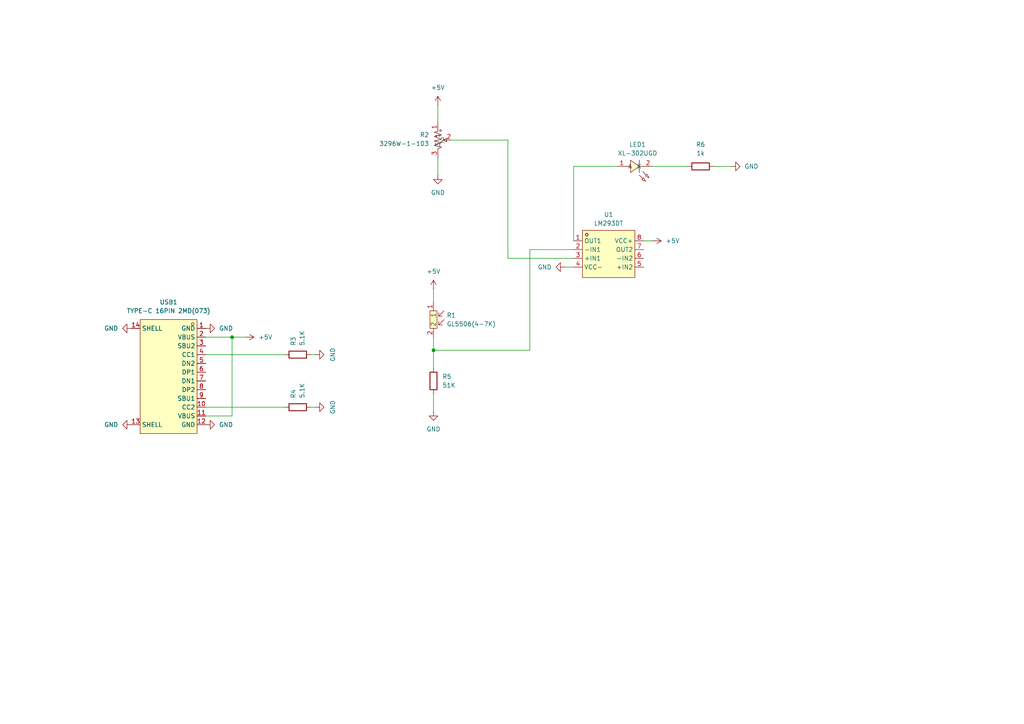
<source format=kicad_sch>
(kicad_sch
	(version 20231120)
	(generator "eeschema")
	(generator_version "8.0")
	(uuid "350643e2-26a7-4c9b-9320-32180333aaee")
	(paper "A4")
	(lib_symbols
		(symbol "Device:R"
			(pin_numbers hide)
			(pin_names
				(offset 0)
			)
			(exclude_from_sim no)
			(in_bom yes)
			(on_board yes)
			(property "Reference" "R"
				(at 2.032 0 90)
				(effects
					(font
						(size 1.27 1.27)
					)
				)
			)
			(property "Value" "R"
				(at 0 0 90)
				(effects
					(font
						(size 1.27 1.27)
					)
				)
			)
			(property "Footprint" ""
				(at -1.778 0 90)
				(effects
					(font
						(size 1.27 1.27)
					)
					(hide yes)
				)
			)
			(property "Datasheet" "~"
				(at 0 0 0)
				(effects
					(font
						(size 1.27 1.27)
					)
					(hide yes)
				)
			)
			(property "Description" "Resistor"
				(at 0 0 0)
				(effects
					(font
						(size 1.27 1.27)
					)
					(hide yes)
				)
			)
			(property "ki_keywords" "R res resistor"
				(at 0 0 0)
				(effects
					(font
						(size 1.27 1.27)
					)
					(hide yes)
				)
			)
			(property "ki_fp_filters" "R_*"
				(at 0 0 0)
				(effects
					(font
						(size 1.27 1.27)
					)
					(hide yes)
				)
			)
			(symbol "R_0_1"
				(rectangle
					(start -1.016 -2.54)
					(end 1.016 2.54)
					(stroke
						(width 0.254)
						(type default)
					)
					(fill
						(type none)
					)
				)
			)
			(symbol "R_1_1"
				(pin passive line
					(at 0 3.81 270)
					(length 1.27)
					(name "~"
						(effects
							(font
								(size 1.27 1.27)
							)
						)
					)
					(number "1"
						(effects
							(font
								(size 1.27 1.27)
							)
						)
					)
				)
				(pin passive line
					(at 0 -3.81 90)
					(length 1.27)
					(name "~"
						(effects
							(font
								(size 1.27 1.27)
							)
						)
					)
					(number "2"
						(effects
							(font
								(size 1.27 1.27)
							)
						)
					)
				)
			)
		)
		(symbol "Rocketry_Easyeda:3296W-1-103"
			(exclude_from_sim no)
			(in_bom yes)
			(on_board yes)
			(property "Reference" "R"
				(at 0 8.89 0)
				(effects
					(font
						(size 1.27 1.27)
					)
				)
			)
			(property "Value" "3296W-1-103"
				(at 0 -5.08 0)
				(effects
					(font
						(size 1.27 1.27)
					)
				)
			)
			(property "Footprint" "Rocketry_Easyeda:RES-ADJ-TH_3P-L10.0-W10.0-P2.50-L"
				(at 0 -7.62 0)
				(effects
					(font
						(size 1.27 1.27)
					)
					(hide yes)
				)
			)
			(property "Datasheet" "https://lcsc.com/product-detail/Precision-Potentiometer_10KR_C118954.html"
				(at 0 -10.16 0)
				(effects
					(font
						(size 1.27 1.27)
					)
					(hide yes)
				)
			)
			(property "Description" ""
				(at 0 0 0)
				(effects
					(font
						(size 1.27 1.27)
					)
					(hide yes)
				)
			)
			(property "LCSC Part" "C118954"
				(at 0 -12.7 0)
				(effects
					(font
						(size 1.27 1.27)
					)
					(hide yes)
				)
			)
			(symbol "3296W-1-103_0_1"
				(polyline
					(pts
						(xy -2.54 0) (xy -2.03 1.02)
					)
					(stroke
						(width 0)
						(type default)
					)
					(fill
						(type none)
					)
				)
				(polyline
					(pts
						(xy -2.03 1.02) (xy -1.52 -1.02)
					)
					(stroke
						(width 0)
						(type default)
					)
					(fill
						(type none)
					)
				)
				(polyline
					(pts
						(xy -1.52 -1.02) (xy -0.76 1.02)
					)
					(stroke
						(width 0)
						(type default)
					)
					(fill
						(type none)
					)
				)
				(polyline
					(pts
						(xy -0.76 1.02) (xy -0.25 -1.02)
					)
					(stroke
						(width 0)
						(type default)
					)
					(fill
						(type none)
					)
				)
				(polyline
					(pts
						(xy -0.25 -1.02) (xy 0.25 1.02)
					)
					(stroke
						(width 0)
						(type default)
					)
					(fill
						(type none)
					)
				)
				(polyline
					(pts
						(xy 0 2.54) (xy 0 1.52)
					)
					(stroke
						(width 0)
						(type default)
					)
					(fill
						(type none)
					)
				)
				(polyline
					(pts
						(xy 0.25 1.02) (xy 1.02 -1.02)
					)
					(stroke
						(width 0)
						(type default)
					)
					(fill
						(type none)
					)
				)
				(polyline
					(pts
						(xy 1.02 -1.02) (xy 1.52 1.02)
					)
					(stroke
						(width 0)
						(type default)
					)
					(fill
						(type none)
					)
				)
				(polyline
					(pts
						(xy 1.52 1.02) (xy 2.29 -1.02)
					)
					(stroke
						(width 0)
						(type default)
					)
					(fill
						(type none)
					)
				)
				(polyline
					(pts
						(xy 2.29 -1.02) (xy 2.54 0)
					)
					(stroke
						(width 0)
						(type default)
					)
					(fill
						(type none)
					)
				)
				(polyline
					(pts
						(xy -0.51 2.54) (xy 0 1.52) (xy 0.51 2.54) (xy -0.51 2.54)
					)
					(stroke
						(width 0)
						(type default)
					)
					(fill
						(type background)
					)
				)
				(circle
					(center 2.79 0.76)
					(radius 0.25)
					(stroke
						(width 0)
						(type default)
					)
					(fill
						(type none)
					)
				)
				(pin unspecified line
					(at 5.08 0 180)
					(length 2.54)
					(name "1"
						(effects
							(font
								(size 1.27 1.27)
							)
						)
					)
					(number "1"
						(effects
							(font
								(size 1.27 1.27)
							)
						)
					)
				)
				(pin unspecified line
					(at 0 3.81 270)
					(length 1.27)
					(name "2"
						(effects
							(font
								(size 1.27 1.27)
							)
						)
					)
					(number "2"
						(effects
							(font
								(size 1.27 1.27)
							)
						)
					)
				)
				(pin unspecified line
					(at -5.08 0 0)
					(length 2.54)
					(name "3"
						(effects
							(font
								(size 1.27 1.27)
							)
						)
					)
					(number "3"
						(effects
							(font
								(size 1.27 1.27)
							)
						)
					)
				)
			)
		)
		(symbol "Rocketry_Easyeda:GL5506(4-7K)"
			(exclude_from_sim no)
			(in_bom yes)
			(on_board yes)
			(property "Reference" "R"
				(at 0 3.81 0)
				(effects
					(font
						(size 1.27 1.27)
					)
				)
			)
			(property "Value" "GL5506(4-7K)"
				(at 0 -6.35 0)
				(effects
					(font
						(size 1.27 1.27)
					)
				)
			)
			(property "Footprint" "Rocketry_Easyeda:RES-TH_L5.1-W4.3-P3.00-D0.5"
				(at 0 -8.89 0)
				(effects
					(font
						(size 1.27 1.27)
					)
					(hide yes)
				)
			)
			(property "Datasheet" "https://lcsc.com/product-detail/Photoresistors_GL5506-4-7K-NO-RHOS_C11299.html"
				(at 0 -11.43 0)
				(effects
					(font
						(size 1.27 1.27)
					)
					(hide yes)
				)
			)
			(property "Description" ""
				(at 0 0 0)
				(effects
					(font
						(size 1.27 1.27)
					)
					(hide yes)
				)
			)
			(property "LCSC Part" "C11299"
				(at 0 -13.97 0)
				(effects
					(font
						(size 1.27 1.27)
					)
					(hide yes)
				)
			)
			(symbol "GL5506(4-7K)_0_1"
				(rectangle
					(start -2.54 -0.25)
					(end 2.54 -2.29)
					(stroke
						(width 0)
						(type default)
					)
					(fill
						(type background)
					)
				)
				(polyline
					(pts
						(xy -2.54 1.78) (xy -1.02 0.25)
					)
					(stroke
						(width 0)
						(type default)
					)
					(fill
						(type none)
					)
				)
				(polyline
					(pts
						(xy 0 1.78) (xy 1.52 0.25)
					)
					(stroke
						(width 0)
						(type default)
					)
					(fill
						(type none)
					)
				)
				(polyline
					(pts
						(xy -1.02 1.27) (xy -1.02 0.25) (xy -2.03 0.25)
					)
					(stroke
						(width 0)
						(type default)
					)
					(fill
						(type none)
					)
				)
				(polyline
					(pts
						(xy 1.52 1.27) (xy 1.52 0.25) (xy 0.51 0.25)
					)
					(stroke
						(width 0)
						(type default)
					)
					(fill
						(type none)
					)
				)
				(pin input line
					(at -5.08 -1.27 0)
					(length 2.54)
					(name "1"
						(effects
							(font
								(size 1.27 1.27)
							)
						)
					)
					(number "1"
						(effects
							(font
								(size 1.27 1.27)
							)
						)
					)
				)
				(pin input line
					(at 5.08 -1.27 180)
					(length 2.54)
					(name "2"
						(effects
							(font
								(size 1.27 1.27)
							)
						)
					)
					(number "2"
						(effects
							(font
								(size 1.27 1.27)
							)
						)
					)
				)
			)
		)
		(symbol "Rocketry_Easyeda:LM293DT"
			(exclude_from_sim no)
			(in_bom yes)
			(on_board yes)
			(property "Reference" "U"
				(at 0 8.89 0)
				(effects
					(font
						(size 1.27 1.27)
					)
				)
			)
			(property "Value" "LM293DT"
				(at 0 -8.89 0)
				(effects
					(font
						(size 1.27 1.27)
					)
				)
			)
			(property "Footprint" "Rocketry_Easyeda:SO-8_L4.9-W3.9-P1.27-LS5.9-BL"
				(at 0 -11.43 0)
				(effects
					(font
						(size 1.27 1.27)
					)
					(hide yes)
				)
			)
			(property "Datasheet" "https://lcsc.com/product-detail/Analog-Comparators_STMicroelectronics_LM293DT-CUTTAPE_LM293DT-CUT-TAPE_C76509.html"
				(at 0 -13.97 0)
				(effects
					(font
						(size 1.27 1.27)
					)
					(hide yes)
				)
			)
			(property "Description" ""
				(at 0 0 0)
				(effects
					(font
						(size 1.27 1.27)
					)
					(hide yes)
				)
			)
			(property "LCSC Part" "C76509"
				(at 0 -16.51 0)
				(effects
					(font
						(size 1.27 1.27)
					)
					(hide yes)
				)
			)
			(symbol "LM293DT_0_1"
				(rectangle
					(start -7.62 6.86)
					(end 7.62 -6.86)
					(stroke
						(width 0)
						(type default)
					)
					(fill
						(type background)
					)
				)
				(circle
					(center -6.35 5.59)
					(radius 0.38)
					(stroke
						(width 0)
						(type default)
					)
					(fill
						(type none)
					)
				)
				(circle
					(center -6.35 5.59)
					(radius 0.38)
					(stroke
						(width 0)
						(type default)
					)
					(fill
						(type none)
					)
				)
				(pin unspecified line
					(at -10.16 3.81 0)
					(length 2.54)
					(name "OUT1"
						(effects
							(font
								(size 1.27 1.27)
							)
						)
					)
					(number "1"
						(effects
							(font
								(size 1.27 1.27)
							)
						)
					)
				)
				(pin unspecified line
					(at -10.16 1.27 0)
					(length 2.54)
					(name "-IN1"
						(effects
							(font
								(size 1.27 1.27)
							)
						)
					)
					(number "2"
						(effects
							(font
								(size 1.27 1.27)
							)
						)
					)
				)
				(pin unspecified line
					(at -10.16 -1.27 0)
					(length 2.54)
					(name "+IN1"
						(effects
							(font
								(size 1.27 1.27)
							)
						)
					)
					(number "3"
						(effects
							(font
								(size 1.27 1.27)
							)
						)
					)
				)
				(pin unspecified line
					(at -10.16 -3.81 0)
					(length 2.54)
					(name "VCC-"
						(effects
							(font
								(size 1.27 1.27)
							)
						)
					)
					(number "4"
						(effects
							(font
								(size 1.27 1.27)
							)
						)
					)
				)
				(pin unspecified line
					(at 10.16 -3.81 180)
					(length 2.54)
					(name "+IN2"
						(effects
							(font
								(size 1.27 1.27)
							)
						)
					)
					(number "5"
						(effects
							(font
								(size 1.27 1.27)
							)
						)
					)
				)
				(pin unspecified line
					(at 10.16 -1.27 180)
					(length 2.54)
					(name "-IN2"
						(effects
							(font
								(size 1.27 1.27)
							)
						)
					)
					(number "6"
						(effects
							(font
								(size 1.27 1.27)
							)
						)
					)
				)
				(pin unspecified line
					(at 10.16 1.27 180)
					(length 2.54)
					(name "OUT2"
						(effects
							(font
								(size 1.27 1.27)
							)
						)
					)
					(number "7"
						(effects
							(font
								(size 1.27 1.27)
							)
						)
					)
				)
				(pin unspecified line
					(at 10.16 3.81 180)
					(length 2.54)
					(name "VCC+"
						(effects
							(font
								(size 1.27 1.27)
							)
						)
					)
					(number "8"
						(effects
							(font
								(size 1.27 1.27)
							)
						)
					)
				)
			)
		)
		(symbol "Rocketry_Easyeda:TYPE-C16PIN2MD(073)"
			(exclude_from_sim no)
			(in_bom yes)
			(on_board yes)
			(property "Reference" "USB"
				(at 0 19.05 0)
				(effects
					(font
						(size 1.27 1.27)
					)
				)
			)
			(property "Value" "TYPE-C 16PIN 2MD(073)"
				(at 0 -19.05 0)
				(effects
					(font
						(size 1.27 1.27)
					)
				)
			)
			(property "Footprint" "Rocketry_Easyeda:USB-C-SMD_TYPE-C-6PIN-2MD-073"
				(at 0 -21.59 0)
				(effects
					(font
						(size 1.27 1.27)
					)
					(hide yes)
				)
			)
			(property "Datasheet" ""
				(at 0 0 0)
				(effects
					(font
						(size 1.27 1.27)
					)
					(hide yes)
				)
			)
			(property "Description" ""
				(at 0 0 0)
				(effects
					(font
						(size 1.27 1.27)
					)
					(hide yes)
				)
			)
			(property "LCSC Part" "C2765186"
				(at 0 -24.13 0)
				(effects
					(font
						(size 1.27 1.27)
					)
					(hide yes)
				)
			)
			(symbol "TYPE-C16PIN2MD(073)_0_1"
				(rectangle
					(start -8.89 16.51)
					(end 7.62 -16.51)
					(stroke
						(width 0)
						(type default)
					)
					(fill
						(type background)
					)
				)
				(circle
					(center -7.62 15.24)
					(radius 0.38)
					(stroke
						(width 0)
						(type default)
					)
					(fill
						(type none)
					)
				)
				(pin unspecified line
					(at -11.43 13.97 0)
					(length 2.54)
					(name "GND"
						(effects
							(font
								(size 1.27 1.27)
							)
						)
					)
					(number "1"
						(effects
							(font
								(size 1.27 1.27)
							)
						)
					)
				)
				(pin unspecified line
					(at -11.43 -8.89 0)
					(length 2.54)
					(name "CC2"
						(effects
							(font
								(size 1.27 1.27)
							)
						)
					)
					(number "10"
						(effects
							(font
								(size 1.27 1.27)
							)
						)
					)
				)
				(pin unspecified line
					(at -11.43 -11.43 0)
					(length 2.54)
					(name "VBUS"
						(effects
							(font
								(size 1.27 1.27)
							)
						)
					)
					(number "11"
						(effects
							(font
								(size 1.27 1.27)
							)
						)
					)
				)
				(pin unspecified line
					(at -11.43 -13.97 0)
					(length 2.54)
					(name "GND"
						(effects
							(font
								(size 1.27 1.27)
							)
						)
					)
					(number "12"
						(effects
							(font
								(size 1.27 1.27)
							)
						)
					)
				)
				(pin unspecified line
					(at 10.16 -13.97 180)
					(length 2.54)
					(name "SHELL"
						(effects
							(font
								(size 1.27 1.27)
							)
						)
					)
					(number "13"
						(effects
							(font
								(size 1.27 1.27)
							)
						)
					)
				)
				(pin unspecified line
					(at 10.16 13.97 180)
					(length 2.54)
					(name "SHELL"
						(effects
							(font
								(size 1.27 1.27)
							)
						)
					)
					(number "14"
						(effects
							(font
								(size 1.27 1.27)
							)
						)
					)
				)
				(pin unspecified line
					(at -11.43 11.43 0)
					(length 2.54)
					(name "VBUS"
						(effects
							(font
								(size 1.27 1.27)
							)
						)
					)
					(number "2"
						(effects
							(font
								(size 1.27 1.27)
							)
						)
					)
				)
				(pin unspecified line
					(at -11.43 8.89 0)
					(length 2.54)
					(name "SBU2"
						(effects
							(font
								(size 1.27 1.27)
							)
						)
					)
					(number "3"
						(effects
							(font
								(size 1.27 1.27)
							)
						)
					)
				)
				(pin unspecified line
					(at -11.43 6.35 0)
					(length 2.54)
					(name "CC1"
						(effects
							(font
								(size 1.27 1.27)
							)
						)
					)
					(number "4"
						(effects
							(font
								(size 1.27 1.27)
							)
						)
					)
				)
				(pin unspecified line
					(at -11.43 3.81 0)
					(length 2.54)
					(name "DN2"
						(effects
							(font
								(size 1.27 1.27)
							)
						)
					)
					(number "5"
						(effects
							(font
								(size 1.27 1.27)
							)
						)
					)
				)
				(pin unspecified line
					(at -11.43 1.27 0)
					(length 2.54)
					(name "DP1"
						(effects
							(font
								(size 1.27 1.27)
							)
						)
					)
					(number "6"
						(effects
							(font
								(size 1.27 1.27)
							)
						)
					)
				)
				(pin unspecified line
					(at -11.43 -1.27 0)
					(length 2.54)
					(name "DN1"
						(effects
							(font
								(size 1.27 1.27)
							)
						)
					)
					(number "7"
						(effects
							(font
								(size 1.27 1.27)
							)
						)
					)
				)
				(pin unspecified line
					(at -11.43 -3.81 0)
					(length 2.54)
					(name "DP2"
						(effects
							(font
								(size 1.27 1.27)
							)
						)
					)
					(number "8"
						(effects
							(font
								(size 1.27 1.27)
							)
						)
					)
				)
				(pin unspecified line
					(at -11.43 -6.35 0)
					(length 2.54)
					(name "SBU1"
						(effects
							(font
								(size 1.27 1.27)
							)
						)
					)
					(number "9"
						(effects
							(font
								(size 1.27 1.27)
							)
						)
					)
				)
			)
		)
		(symbol "Rocketry_Easyeda:XL-302UGD"
			(exclude_from_sim no)
			(in_bom yes)
			(on_board yes)
			(property "Reference" "LED"
				(at 0 5.08 0)
				(effects
					(font
						(size 1.27 1.27)
					)
				)
			)
			(property "Value" "XL-302UGD"
				(at 0 -5.08 0)
				(effects
					(font
						(size 1.27 1.27)
					)
				)
			)
			(property "Footprint" "Rocketry_Easyeda:LED-TH_BD3.8-P2.54-FD_GREEN"
				(at 0 -7.62 0)
				(effects
					(font
						(size 1.27 1.27)
					)
					(hide yes)
				)
			)
			(property "Datasheet" ""
				(at 0 0 0)
				(effects
					(font
						(size 1.27 1.27)
					)
					(hide yes)
				)
			)
			(property "Description" ""
				(at 0 0 0)
				(effects
					(font
						(size 1.27 1.27)
					)
					(hide yes)
				)
			)
			(property "LCSC Part" "C2895476"
				(at 0 -10.16 0)
				(effects
					(font
						(size 1.27 1.27)
					)
					(hide yes)
				)
			)
			(symbol "XL-302UGD_0_1"
				(polyline
					(pts
						(xy 1.27 0) (xy 0 0)
					)
					(stroke
						(width 0)
						(type default)
					)
					(fill
						(type none)
					)
				)
				(polyline
					(pts
						(xy 1.27 1.78) (xy 1.27 -1.78)
					)
					(stroke
						(width 0)
						(type default)
					)
					(fill
						(type none)
					)
				)
				(polyline
					(pts
						(xy 5.08 0) (xy 3.81 0)
					)
					(stroke
						(width 0)
						(type default)
					)
					(fill
						(type none)
					)
				)
				(polyline
					(pts
						(xy 0.25 1.52) (xy -0.76 2.54) (xy 0.25 1.52)
					)
					(stroke
						(width 0)
						(type default)
					)
					(fill
						(type background)
					)
				)
				(polyline
					(pts
						(xy 1.27 2.54) (xy 0.25 3.56) (xy 1.27 2.54)
					)
					(stroke
						(width 0)
						(type default)
					)
					(fill
						(type background)
					)
				)
				(polyline
					(pts
						(xy -1.52 3.3) (xy -0.51 2.79) (xy -1.02 2.29) (xy -1.52 3.3)
					)
					(stroke
						(width 0)
						(type default)
					)
					(fill
						(type background)
					)
				)
				(polyline
					(pts
						(xy -0.51 4.32) (xy 0.51 3.81) (xy 0 3.3) (xy -0.51 4.32)
					)
					(stroke
						(width 0)
						(type default)
					)
					(fill
						(type background)
					)
				)
				(polyline
					(pts
						(xy 3.81 1.78) (xy 1.27 0) (xy 3.81 -1.78) (xy 3.81 1.78)
					)
					(stroke
						(width 0)
						(type default)
					)
					(fill
						(type background)
					)
				)
				(pin unspecified line
					(at 7.62 0 180)
					(length 2.54)
					(name "A"
						(effects
							(font
								(size 1.27 1.27)
							)
						)
					)
					(number "1"
						(effects
							(font
								(size 1.27 1.27)
							)
						)
					)
				)
				(pin unspecified line
					(at -2.54 0 0)
					(length 2.54)
					(name "K"
						(effects
							(font
								(size 1.27 1.27)
							)
						)
					)
					(number "2"
						(effects
							(font
								(size 1.27 1.27)
							)
						)
					)
				)
			)
		)
		(symbol "power:+5V"
			(power)
			(pin_numbers hide)
			(pin_names
				(offset 0) hide)
			(exclude_from_sim no)
			(in_bom yes)
			(on_board yes)
			(property "Reference" "#PWR"
				(at 0 -3.81 0)
				(effects
					(font
						(size 1.27 1.27)
					)
					(hide yes)
				)
			)
			(property "Value" "+5V"
				(at 0 3.556 0)
				(effects
					(font
						(size 1.27 1.27)
					)
				)
			)
			(property "Footprint" ""
				(at 0 0 0)
				(effects
					(font
						(size 1.27 1.27)
					)
					(hide yes)
				)
			)
			(property "Datasheet" ""
				(at 0 0 0)
				(effects
					(font
						(size 1.27 1.27)
					)
					(hide yes)
				)
			)
			(property "Description" "Power symbol creates a global label with name \"+5V\""
				(at 0 0 0)
				(effects
					(font
						(size 1.27 1.27)
					)
					(hide yes)
				)
			)
			(property "ki_keywords" "global power"
				(at 0 0 0)
				(effects
					(font
						(size 1.27 1.27)
					)
					(hide yes)
				)
			)
			(symbol "+5V_0_1"
				(polyline
					(pts
						(xy -0.762 1.27) (xy 0 2.54)
					)
					(stroke
						(width 0)
						(type default)
					)
					(fill
						(type none)
					)
				)
				(polyline
					(pts
						(xy 0 0) (xy 0 2.54)
					)
					(stroke
						(width 0)
						(type default)
					)
					(fill
						(type none)
					)
				)
				(polyline
					(pts
						(xy 0 2.54) (xy 0.762 1.27)
					)
					(stroke
						(width 0)
						(type default)
					)
					(fill
						(type none)
					)
				)
			)
			(symbol "+5V_1_1"
				(pin power_in line
					(at 0 0 90)
					(length 0)
					(name "~"
						(effects
							(font
								(size 1.27 1.27)
							)
						)
					)
					(number "1"
						(effects
							(font
								(size 1.27 1.27)
							)
						)
					)
				)
			)
		)
		(symbol "power:GND"
			(power)
			(pin_numbers hide)
			(pin_names
				(offset 0) hide)
			(exclude_from_sim no)
			(in_bom yes)
			(on_board yes)
			(property "Reference" "#PWR"
				(at 0 -6.35 0)
				(effects
					(font
						(size 1.27 1.27)
					)
					(hide yes)
				)
			)
			(property "Value" "GND"
				(at 0 -3.81 0)
				(effects
					(font
						(size 1.27 1.27)
					)
				)
			)
			(property "Footprint" ""
				(at 0 0 0)
				(effects
					(font
						(size 1.27 1.27)
					)
					(hide yes)
				)
			)
			(property "Datasheet" ""
				(at 0 0 0)
				(effects
					(font
						(size 1.27 1.27)
					)
					(hide yes)
				)
			)
			(property "Description" "Power symbol creates a global label with name \"GND\" , ground"
				(at 0 0 0)
				(effects
					(font
						(size 1.27 1.27)
					)
					(hide yes)
				)
			)
			(property "ki_keywords" "global power"
				(at 0 0 0)
				(effects
					(font
						(size 1.27 1.27)
					)
					(hide yes)
				)
			)
			(symbol "GND_0_1"
				(polyline
					(pts
						(xy 0 0) (xy 0 -1.27) (xy 1.27 -1.27) (xy 0 -2.54) (xy -1.27 -1.27) (xy 0 -1.27)
					)
					(stroke
						(width 0)
						(type default)
					)
					(fill
						(type none)
					)
				)
			)
			(symbol "GND_1_1"
				(pin power_in line
					(at 0 0 270)
					(length 0)
					(name "~"
						(effects
							(font
								(size 1.27 1.27)
							)
						)
					)
					(number "1"
						(effects
							(font
								(size 1.27 1.27)
							)
						)
					)
				)
			)
		)
	)
	(junction
		(at 67.31 97.79)
		(diameter 0)
		(color 0 0 0 0)
		(uuid "b955e683-5551-493e-81cb-7d1276b12eb4")
	)
	(junction
		(at 125.73 101.6)
		(diameter 0)
		(color 0 0 0 0)
		(uuid "d06d1101-743e-41bb-81d6-d1b56d3de4d1")
	)
	(wire
		(pts
			(xy 59.69 102.87) (xy 82.55 102.87)
		)
		(stroke
			(width 0)
			(type default)
		)
		(uuid "0e4cf27c-b342-491e-944b-4d2e97908280")
	)
	(wire
		(pts
			(xy 67.31 97.79) (xy 71.12 97.79)
		)
		(stroke
			(width 0)
			(type default)
		)
		(uuid "0f4c525a-6c06-47a0-9efc-e77c922ab94f")
	)
	(wire
		(pts
			(xy 127 50.8) (xy 127 45.72)
		)
		(stroke
			(width 0)
			(type default)
		)
		(uuid "1743849e-fda5-41aa-8b07-4d7015e457ee")
	)
	(wire
		(pts
			(xy 125.73 83.82) (xy 125.73 87.63)
		)
		(stroke
			(width 0)
			(type default)
		)
		(uuid "1d31854c-25fb-4468-b6e4-56add535d9b5")
	)
	(wire
		(pts
			(xy 166.37 74.93) (xy 147.32 74.93)
		)
		(stroke
			(width 0)
			(type default)
		)
		(uuid "235178d3-1dab-4b7e-8bbb-5a2cb83f3e51")
	)
	(wire
		(pts
			(xy 125.73 114.3) (xy 125.73 119.38)
		)
		(stroke
			(width 0)
			(type default)
		)
		(uuid "2667f5d6-0fa5-480b-8a5d-19bad090bb40")
	)
	(wire
		(pts
			(xy 90.17 102.87) (xy 91.44 102.87)
		)
		(stroke
			(width 0)
			(type default)
		)
		(uuid "497d750d-7ad5-428e-a318-1227c9265cb0")
	)
	(wire
		(pts
			(xy 147.32 74.93) (xy 147.32 40.64)
		)
		(stroke
			(width 0)
			(type default)
		)
		(uuid "4b5998dc-293d-48b9-815e-c7016167ca2b")
	)
	(wire
		(pts
			(xy 59.69 118.11) (xy 82.55 118.11)
		)
		(stroke
			(width 0)
			(type default)
		)
		(uuid "4b764d94-458c-472f-b738-c774042bfc15")
	)
	(wire
		(pts
			(xy 125.73 97.79) (xy 125.73 101.6)
		)
		(stroke
			(width 0)
			(type default)
		)
		(uuid "5370d932-51ce-420b-bffa-fbcdbd70e2f4")
	)
	(wire
		(pts
			(xy 130.81 40.64) (xy 147.32 40.64)
		)
		(stroke
			(width 0)
			(type default)
		)
		(uuid "54642ae7-3b2d-4644-ba7c-b28992ad761f")
	)
	(wire
		(pts
			(xy 189.23 48.26) (xy 199.39 48.26)
		)
		(stroke
			(width 0)
			(type default)
		)
		(uuid "578fd6f3-8a6f-4c0d-b475-dd09043d9541")
	)
	(wire
		(pts
			(xy 166.37 69.85) (xy 166.37 48.26)
		)
		(stroke
			(width 0)
			(type default)
		)
		(uuid "6cd36d94-d7f4-4ec6-b79d-dae457e3cbf1")
	)
	(wire
		(pts
			(xy 127 30.48) (xy 127 35.56)
		)
		(stroke
			(width 0)
			(type default)
		)
		(uuid "6ef24158-3a5f-4b41-9d16-cc629f44f534")
	)
	(wire
		(pts
			(xy 153.67 101.6) (xy 125.73 101.6)
		)
		(stroke
			(width 0)
			(type default)
		)
		(uuid "81ae0ff3-59e3-4570-bc4c-6a8d42282dcb")
	)
	(wire
		(pts
			(xy 67.31 97.79) (xy 59.69 97.79)
		)
		(stroke
			(width 0)
			(type default)
		)
		(uuid "99d18a85-0d49-40b7-8ed2-b314c1790752")
	)
	(wire
		(pts
			(xy 166.37 72.39) (xy 153.67 72.39)
		)
		(stroke
			(width 0)
			(type default)
		)
		(uuid "9b291051-fbe2-4515-becf-27cc49e262fc")
	)
	(wire
		(pts
			(xy 153.67 72.39) (xy 153.67 101.6)
		)
		(stroke
			(width 0)
			(type default)
		)
		(uuid "9c2e8e28-bff1-433d-8756-0198f0254774")
	)
	(wire
		(pts
			(xy 67.31 120.65) (xy 67.31 97.79)
		)
		(stroke
			(width 0)
			(type default)
		)
		(uuid "9d97cefb-ca9a-4eb7-9851-2a598806d6ca")
	)
	(wire
		(pts
			(xy 186.69 69.85) (xy 189.23 69.85)
		)
		(stroke
			(width 0)
			(type default)
		)
		(uuid "b35cfa86-feda-4107-b01f-0bab4e8d3b85")
	)
	(wire
		(pts
			(xy 59.69 120.65) (xy 67.31 120.65)
		)
		(stroke
			(width 0)
			(type default)
		)
		(uuid "b6233c42-d691-49ee-a695-fb4e1d96bc68")
	)
	(wire
		(pts
			(xy 163.83 77.47) (xy 166.37 77.47)
		)
		(stroke
			(width 0)
			(type default)
		)
		(uuid "bcec0357-eda9-4ddf-ac6f-5b76c6871e25")
	)
	(wire
		(pts
			(xy 125.73 101.6) (xy 125.73 106.68)
		)
		(stroke
			(width 0)
			(type default)
		)
		(uuid "d091e16a-662b-4a2a-9ff5-ccd5df0b9f13")
	)
	(wire
		(pts
			(xy 90.17 118.11) (xy 91.44 118.11)
		)
		(stroke
			(width 0)
			(type default)
		)
		(uuid "d716286c-0592-49b0-bc06-573400040ba9")
	)
	(wire
		(pts
			(xy 207.01 48.26) (xy 212.09 48.26)
		)
		(stroke
			(width 0)
			(type default)
		)
		(uuid "d7384abd-69c3-4aa2-bf4a-42a055d739c4")
	)
	(wire
		(pts
			(xy 166.37 48.26) (xy 179.07 48.26)
		)
		(stroke
			(width 0)
			(type default)
		)
		(uuid "ea21fb6a-6a09-4f94-9e4a-e2e3c776094f")
	)
	(symbol
		(lib_id "Rocketry_Easyeda:LM293DT")
		(at 176.53 73.66 0)
		(unit 1)
		(exclude_from_sim no)
		(in_bom yes)
		(on_board yes)
		(dnp no)
		(fields_autoplaced yes)
		(uuid "0032d531-c91c-429d-9f83-4512ce7a9eca")
		(property "Reference" "U1"
			(at 176.53 62.23 0)
			(effects
				(font
					(size 1.27 1.27)
				)
			)
		)
		(property "Value" "LM293DT"
			(at 176.53 64.77 0)
			(effects
				(font
					(size 1.27 1.27)
				)
			)
		)
		(property "Footprint" "Rocketry_Easyeda:SO-8_L4.9-W3.9-P1.27-LS5.9-BL"
			(at 176.53 85.09 0)
			(effects
				(font
					(size 1.27 1.27)
				)
				(hide yes)
			)
		)
		(property "Datasheet" "https://lcsc.com/product-detail/Analog-Comparators_STMicroelectronics_LM293DT-CUTTAPE_LM293DT-CUT-TAPE_C76509.html"
			(at 176.53 87.63 0)
			(effects
				(font
					(size 1.27 1.27)
				)
				(hide yes)
			)
		)
		(property "Description" ""
			(at 176.53 73.66 0)
			(effects
				(font
					(size 1.27 1.27)
				)
				(hide yes)
			)
		)
		(property "LCSC Part" "C76509"
			(at 176.53 90.17 0)
			(effects
				(font
					(size 1.27 1.27)
				)
				(hide yes)
			)
		)
		(pin "3"
			(uuid "76e9adab-3569-456e-9791-c6587938bec9")
		)
		(pin "4"
			(uuid "05314a9d-ab38-4d1e-9a41-8af8f57c0a9a")
		)
		(pin "8"
			(uuid "b15afab2-8f9b-4328-8975-72b187f4f4fc")
		)
		(pin "2"
			(uuid "ab3a1791-c99a-45ad-bcd5-15033b93e760")
		)
		(pin "6"
			(uuid "2e8a8e2e-5237-49d3-90ec-531d63dcbfcb")
		)
		(pin "7"
			(uuid "8246374e-e01d-4ca5-b598-dedeb58dc1d8")
		)
		(pin "5"
			(uuid "cdf43683-d5b7-4beb-afc4-e895e0c6976b")
		)
		(pin "1"
			(uuid "1f14f415-bc7f-41f8-97c1-ca99ab9148cb")
		)
		(instances
			(project ""
				(path "/350643e2-26a7-4c9b-9320-32180333aaee"
					(reference "U1")
					(unit 1)
				)
			)
		)
	)
	(symbol
		(lib_id "power:GND")
		(at 91.44 118.11 90)
		(unit 1)
		(exclude_from_sim no)
		(in_bom yes)
		(on_board yes)
		(dnp no)
		(fields_autoplaced yes)
		(uuid "11dc42df-1d71-4e25-a3ce-7bacde806796")
		(property "Reference" "#PWR06"
			(at 97.79 118.11 0)
			(effects
				(font
					(size 1.27 1.27)
				)
				(hide yes)
			)
		)
		(property "Value" "GND"
			(at 96.52 118.11 0)
			(effects
				(font
					(size 1.27 1.27)
				)
			)
		)
		(property "Footprint" ""
			(at 91.44 118.11 0)
			(effects
				(font
					(size 1.27 1.27)
				)
				(hide yes)
			)
		)
		(property "Datasheet" ""
			(at 91.44 118.11 0)
			(effects
				(font
					(size 1.27 1.27)
				)
				(hide yes)
			)
		)
		(property "Description" "Power symbol creates a global label with name \"GND\" , ground"
			(at 91.44 118.11 0)
			(effects
				(font
					(size 1.27 1.27)
				)
				(hide yes)
			)
		)
		(pin "1"
			(uuid "efde74b1-9da6-45fc-bd05-5fb9bf9bebbf")
		)
		(instances
			(project "MoonlightDetector"
				(path "/350643e2-26a7-4c9b-9320-32180333aaee"
					(reference "#PWR06")
					(unit 1)
				)
			)
		)
	)
	(symbol
		(lib_id "Rocketry_Easyeda:XL-302UGD")
		(at 186.69 48.26 180)
		(unit 1)
		(exclude_from_sim no)
		(in_bom yes)
		(on_board yes)
		(dnp no)
		(fields_autoplaced yes)
		(uuid "234e9f33-0266-44b8-9a1c-6d0b7c769f43")
		(property "Reference" "LED1"
			(at 184.91 41.91 0)
			(effects
				(font
					(size 1.27 1.27)
				)
			)
		)
		(property "Value" "XL-302UGD"
			(at 184.91 44.45 0)
			(effects
				(font
					(size 1.27 1.27)
				)
			)
		)
		(property "Footprint" "Rocketry_Easyeda:LED-TH_BD3.8-P2.54-FD_GREEN"
			(at 186.69 40.64 0)
			(effects
				(font
					(size 1.27 1.27)
				)
				(hide yes)
			)
		)
		(property "Datasheet" ""
			(at 186.69 48.26 0)
			(effects
				(font
					(size 1.27 1.27)
				)
				(hide yes)
			)
		)
		(property "Description" ""
			(at 186.69 48.26 0)
			(effects
				(font
					(size 1.27 1.27)
				)
				(hide yes)
			)
		)
		(property "LCSC Part" "C2895476"
			(at 186.69 38.1 0)
			(effects
				(font
					(size 1.27 1.27)
				)
				(hide yes)
			)
		)
		(pin "2"
			(uuid "fa6a6ede-4ec4-4aeb-9234-190f533aa93e")
		)
		(pin "1"
			(uuid "809964d2-18ea-4d35-ac90-8db3ac2f2a25")
		)
		(instances
			(project ""
				(path "/350643e2-26a7-4c9b-9320-32180333aaee"
					(reference "LED1")
					(unit 1)
				)
			)
		)
	)
	(symbol
		(lib_id "power:+5V")
		(at 127 30.48 0)
		(unit 1)
		(exclude_from_sim no)
		(in_bom yes)
		(on_board yes)
		(dnp no)
		(fields_autoplaced yes)
		(uuid "31771d5a-077e-4554-87eb-93ec4a487e88")
		(property "Reference" "#PWR010"
			(at 127 34.29 0)
			(effects
				(font
					(size 1.27 1.27)
				)
				(hide yes)
			)
		)
		(property "Value" "+5V"
			(at 127 25.4 0)
			(effects
				(font
					(size 1.27 1.27)
				)
			)
		)
		(property "Footprint" ""
			(at 127 30.48 0)
			(effects
				(font
					(size 1.27 1.27)
				)
				(hide yes)
			)
		)
		(property "Datasheet" ""
			(at 127 30.48 0)
			(effects
				(font
					(size 1.27 1.27)
				)
				(hide yes)
			)
		)
		(property "Description" "Power symbol creates a global label with name \"+5V\""
			(at 127 30.48 0)
			(effects
				(font
					(size 1.27 1.27)
				)
				(hide yes)
			)
		)
		(pin "1"
			(uuid "7141d7a6-b6a8-4438-b6e6-603f8b0940a2")
		)
		(instances
			(project "MoonlightDetector"
				(path "/350643e2-26a7-4c9b-9320-32180333aaee"
					(reference "#PWR010")
					(unit 1)
				)
			)
		)
	)
	(symbol
		(lib_id "power:GND")
		(at 91.44 102.87 90)
		(unit 1)
		(exclude_from_sim no)
		(in_bom yes)
		(on_board yes)
		(dnp no)
		(fields_autoplaced yes)
		(uuid "38b0799b-8d41-42a7-a859-2aeec568e3b3")
		(property "Reference" "#PWR05"
			(at 97.79 102.87 0)
			(effects
				(font
					(size 1.27 1.27)
				)
				(hide yes)
			)
		)
		(property "Value" "GND"
			(at 96.52 102.87 0)
			(effects
				(font
					(size 1.27 1.27)
				)
			)
		)
		(property "Footprint" ""
			(at 91.44 102.87 0)
			(effects
				(font
					(size 1.27 1.27)
				)
				(hide yes)
			)
		)
		(property "Datasheet" ""
			(at 91.44 102.87 0)
			(effects
				(font
					(size 1.27 1.27)
				)
				(hide yes)
			)
		)
		(property "Description" "Power symbol creates a global label with name \"GND\" , ground"
			(at 91.44 102.87 0)
			(effects
				(font
					(size 1.27 1.27)
				)
				(hide yes)
			)
		)
		(pin "1"
			(uuid "0ac3fd88-d1ca-4b4e-aa8c-2550712f66e3")
		)
		(instances
			(project "MoonlightDetector"
				(path "/350643e2-26a7-4c9b-9320-32180333aaee"
					(reference "#PWR05")
					(unit 1)
				)
			)
		)
	)
	(symbol
		(lib_id "power:+5V")
		(at 189.23 69.85 270)
		(unit 1)
		(exclude_from_sim no)
		(in_bom yes)
		(on_board yes)
		(dnp no)
		(fields_autoplaced yes)
		(uuid "420f8221-28eb-4109-8bae-d57bd339e8d7")
		(property "Reference" "#PWR012"
			(at 185.42 69.85 0)
			(effects
				(font
					(size 1.27 1.27)
				)
				(hide yes)
			)
		)
		(property "Value" "+5V"
			(at 193.04 69.8499 90)
			(effects
				(font
					(size 1.27 1.27)
				)
				(justify left)
			)
		)
		(property "Footprint" ""
			(at 189.23 69.85 0)
			(effects
				(font
					(size 1.27 1.27)
				)
				(hide yes)
			)
		)
		(property "Datasheet" ""
			(at 189.23 69.85 0)
			(effects
				(font
					(size 1.27 1.27)
				)
				(hide yes)
			)
		)
		(property "Description" "Power symbol creates a global label with name \"+5V\""
			(at 189.23 69.85 0)
			(effects
				(font
					(size 1.27 1.27)
				)
				(hide yes)
			)
		)
		(pin "1"
			(uuid "874e2f08-e83f-4318-bf43-60d4978d69c9")
		)
		(instances
			(project "MoonlightDetector"
				(path "/350643e2-26a7-4c9b-9320-32180333aaee"
					(reference "#PWR012")
					(unit 1)
				)
			)
		)
	)
	(symbol
		(lib_id "power:GND")
		(at 38.1 95.25 270)
		(unit 1)
		(exclude_from_sim no)
		(in_bom yes)
		(on_board yes)
		(dnp no)
		(fields_autoplaced yes)
		(uuid "49fd1310-7dc3-4267-8f8e-10ec15adc318")
		(property "Reference" "#PWR01"
			(at 31.75 95.25 0)
			(effects
				(font
					(size 1.27 1.27)
				)
				(hide yes)
			)
		)
		(property "Value" "GND"
			(at 34.29 95.2499 90)
			(effects
				(font
					(size 1.27 1.27)
				)
				(justify right)
			)
		)
		(property "Footprint" ""
			(at 38.1 95.25 0)
			(effects
				(font
					(size 1.27 1.27)
				)
				(hide yes)
			)
		)
		(property "Datasheet" ""
			(at 38.1 95.25 0)
			(effects
				(font
					(size 1.27 1.27)
				)
				(hide yes)
			)
		)
		(property "Description" "Power symbol creates a global label with name \"GND\" , ground"
			(at 38.1 95.25 0)
			(effects
				(font
					(size 1.27 1.27)
				)
				(hide yes)
			)
		)
		(pin "1"
			(uuid "1eacbdc4-721e-45e7-9219-ffb740c9b485")
		)
		(instances
			(project ""
				(path "/350643e2-26a7-4c9b-9320-32180333aaee"
					(reference "#PWR01")
					(unit 1)
				)
			)
		)
	)
	(symbol
		(lib_id "power:GND")
		(at 125.73 119.38 0)
		(unit 1)
		(exclude_from_sim no)
		(in_bom yes)
		(on_board yes)
		(dnp no)
		(fields_autoplaced yes)
		(uuid "50dd4444-9012-4c2d-9012-0acd4d7f1c4c")
		(property "Reference" "#PWR09"
			(at 125.73 125.73 0)
			(effects
				(font
					(size 1.27 1.27)
				)
				(hide yes)
			)
		)
		(property "Value" "GND"
			(at 125.73 124.46 0)
			(effects
				(font
					(size 1.27 1.27)
				)
			)
		)
		(property "Footprint" ""
			(at 125.73 119.38 0)
			(effects
				(font
					(size 1.27 1.27)
				)
				(hide yes)
			)
		)
		(property "Datasheet" ""
			(at 125.73 119.38 0)
			(effects
				(font
					(size 1.27 1.27)
				)
				(hide yes)
			)
		)
		(property "Description" "Power symbol creates a global label with name \"GND\" , ground"
			(at 125.73 119.38 0)
			(effects
				(font
					(size 1.27 1.27)
				)
				(hide yes)
			)
		)
		(pin "1"
			(uuid "a056a321-0e2d-49b1-bc3c-e50446ebb6f1")
		)
		(instances
			(project "MoonlightDetector"
				(path "/350643e2-26a7-4c9b-9320-32180333aaee"
					(reference "#PWR09")
					(unit 1)
				)
			)
		)
	)
	(symbol
		(lib_id "Device:R")
		(at 86.36 102.87 90)
		(unit 1)
		(exclude_from_sim no)
		(in_bom yes)
		(on_board yes)
		(dnp no)
		(fields_autoplaced yes)
		(uuid "573896c8-7ab8-4cae-b4f3-547cd8a58550")
		(property "Reference" "R3"
			(at 85.0899 100.33 0)
			(effects
				(font
					(size 1.27 1.27)
				)
				(justify left)
			)
		)
		(property "Value" "5.1K"
			(at 87.6299 100.33 0)
			(effects
				(font
					(size 1.27 1.27)
				)
				(justify left)
			)
		)
		(property "Footprint" "Resistor_SMD:R_0805_2012Metric_Pad1.20x1.40mm_HandSolder"
			(at 86.36 104.648 90)
			(effects
				(font
					(size 1.27 1.27)
				)
				(hide yes)
			)
		)
		(property "Datasheet" "~"
			(at 86.36 102.87 0)
			(effects
				(font
					(size 1.27 1.27)
				)
				(hide yes)
			)
		)
		(property "Description" "Resistor"
			(at 86.36 102.87 0)
			(effects
				(font
					(size 1.27 1.27)
				)
				(hide yes)
			)
		)
		(pin "1"
			(uuid "5c7952bd-e6b4-441d-ae46-be9e56ec54d0")
		)
		(pin "2"
			(uuid "c2c6c5b8-8d69-4f11-8646-c5ef4d7b4fb2")
		)
		(instances
			(project ""
				(path "/350643e2-26a7-4c9b-9320-32180333aaee"
					(reference "R3")
					(unit 1)
				)
			)
		)
	)
	(symbol
		(lib_id "power:+5V")
		(at 71.12 97.79 270)
		(unit 1)
		(exclude_from_sim no)
		(in_bom yes)
		(on_board yes)
		(dnp no)
		(fields_autoplaced yes)
		(uuid "60044f1c-ccc7-4e5f-b420-8c71acc62ac2")
		(property "Reference" "#PWR07"
			(at 67.31 97.79 0)
			(effects
				(font
					(size 1.27 1.27)
				)
				(hide yes)
			)
		)
		(property "Value" "+5V"
			(at 74.93 97.7899 90)
			(effects
				(font
					(size 1.27 1.27)
				)
				(justify left)
			)
		)
		(property "Footprint" ""
			(at 71.12 97.79 0)
			(effects
				(font
					(size 1.27 1.27)
				)
				(hide yes)
			)
		)
		(property "Datasheet" ""
			(at 71.12 97.79 0)
			(effects
				(font
					(size 1.27 1.27)
				)
				(hide yes)
			)
		)
		(property "Description" "Power symbol creates a global label with name \"+5V\""
			(at 71.12 97.79 0)
			(effects
				(font
					(size 1.27 1.27)
				)
				(hide yes)
			)
		)
		(pin "1"
			(uuid "18f3f180-33ec-4767-81d0-bddaeddaa81f")
		)
		(instances
			(project ""
				(path "/350643e2-26a7-4c9b-9320-32180333aaee"
					(reference "#PWR07")
					(unit 1)
				)
			)
		)
	)
	(symbol
		(lib_id "Device:R")
		(at 86.36 118.11 90)
		(unit 1)
		(exclude_from_sim no)
		(in_bom yes)
		(on_board yes)
		(dnp no)
		(fields_autoplaced yes)
		(uuid "63374d5a-555b-4115-85e5-503b33c1a622")
		(property "Reference" "R4"
			(at 85.0899 115.57 0)
			(effects
				(font
					(size 1.27 1.27)
				)
				(justify left)
			)
		)
		(property "Value" "5.1K"
			(at 87.6299 115.57 0)
			(effects
				(font
					(size 1.27 1.27)
				)
				(justify left)
			)
		)
		(property "Footprint" "Resistor_SMD:R_0805_2012Metric_Pad1.20x1.40mm_HandSolder"
			(at 86.36 119.888 90)
			(effects
				(font
					(size 1.27 1.27)
				)
				(hide yes)
			)
		)
		(property "Datasheet" "~"
			(at 86.36 118.11 0)
			(effects
				(font
					(size 1.27 1.27)
				)
				(hide yes)
			)
		)
		(property "Description" "Resistor"
			(at 86.36 118.11 0)
			(effects
				(font
					(size 1.27 1.27)
				)
				(hide yes)
			)
		)
		(pin "1"
			(uuid "102a9412-c30b-4aa4-a477-7f54d3611605")
		)
		(pin "2"
			(uuid "70ef3287-75f3-4ba2-a734-8dfb93e92280")
		)
		(instances
			(project "MoonlightDetector"
				(path "/350643e2-26a7-4c9b-9320-32180333aaee"
					(reference "R4")
					(unit 1)
				)
			)
		)
	)
	(symbol
		(lib_id "power:GND")
		(at 38.1 123.19 270)
		(unit 1)
		(exclude_from_sim no)
		(in_bom yes)
		(on_board yes)
		(dnp no)
		(fields_autoplaced yes)
		(uuid "73e6c642-3327-40d0-8465-bc12b43176f2")
		(property "Reference" "#PWR02"
			(at 31.75 123.19 0)
			(effects
				(font
					(size 1.27 1.27)
				)
				(hide yes)
			)
		)
		(property "Value" "GND"
			(at 34.29 123.1899 90)
			(effects
				(font
					(size 1.27 1.27)
				)
				(justify right)
			)
		)
		(property "Footprint" ""
			(at 38.1 123.19 0)
			(effects
				(font
					(size 1.27 1.27)
				)
				(hide yes)
			)
		)
		(property "Datasheet" ""
			(at 38.1 123.19 0)
			(effects
				(font
					(size 1.27 1.27)
				)
				(hide yes)
			)
		)
		(property "Description" "Power symbol creates a global label with name \"GND\" , ground"
			(at 38.1 123.19 0)
			(effects
				(font
					(size 1.27 1.27)
				)
				(hide yes)
			)
		)
		(pin "1"
			(uuid "9099cfbb-83c3-4910-898d-e00f000d560d")
		)
		(instances
			(project "MoonlightDetector"
				(path "/350643e2-26a7-4c9b-9320-32180333aaee"
					(reference "#PWR02")
					(unit 1)
				)
			)
		)
	)
	(symbol
		(lib_id "power:GND")
		(at 59.69 95.25 90)
		(unit 1)
		(exclude_from_sim no)
		(in_bom yes)
		(on_board yes)
		(dnp no)
		(fields_autoplaced yes)
		(uuid "797af8ba-b09a-4980-b4e1-543299b43ec4")
		(property "Reference" "#PWR03"
			(at 66.04 95.25 0)
			(effects
				(font
					(size 1.27 1.27)
				)
				(hide yes)
			)
		)
		(property "Value" "GND"
			(at 63.5 95.2499 90)
			(effects
				(font
					(size 1.27 1.27)
				)
				(justify right)
			)
		)
		(property "Footprint" ""
			(at 59.69 95.25 0)
			(effects
				(font
					(size 1.27 1.27)
				)
				(hide yes)
			)
		)
		(property "Datasheet" ""
			(at 59.69 95.25 0)
			(effects
				(font
					(size 1.27 1.27)
				)
				(hide yes)
			)
		)
		(property "Description" "Power symbol creates a global label with name \"GND\" , ground"
			(at 59.69 95.25 0)
			(effects
				(font
					(size 1.27 1.27)
				)
				(hide yes)
			)
		)
		(pin "1"
			(uuid "55d18ef8-61c9-4392-a643-0bc4263605c7")
		)
		(instances
			(project "MoonlightDetector"
				(path "/350643e2-26a7-4c9b-9320-32180333aaee"
					(reference "#PWR03")
					(unit 1)
				)
			)
		)
	)
	(symbol
		(lib_id "Rocketry_Easyeda:GL5506(4-7K)")
		(at 127 92.71 270)
		(unit 1)
		(exclude_from_sim no)
		(in_bom yes)
		(on_board yes)
		(dnp no)
		(fields_autoplaced yes)
		(uuid "812bf691-782b-46c9-a0f8-d2c8915d7bdf")
		(property "Reference" "R1"
			(at 129.54 91.4399 90)
			(effects
				(font
					(size 1.27 1.27)
				)
				(justify left)
			)
		)
		(property "Value" "GL5506(4-7K)"
			(at 129.54 93.9799 90)
			(effects
				(font
					(size 1.27 1.27)
				)
				(justify left)
			)
		)
		(property "Footprint" "Rocketry_Easyeda:RES-TH_L5.1-W4.3-P3.00-D0.5"
			(at 118.11 92.71 0)
			(effects
				(font
					(size 1.27 1.27)
				)
				(hide yes)
			)
		)
		(property "Datasheet" "https://lcsc.com/product-detail/Photoresistors_GL5506-4-7K-NO-RHOS_C11299.html"
			(at 115.57 92.71 0)
			(effects
				(font
					(size 1.27 1.27)
				)
				(hide yes)
			)
		)
		(property "Description" ""
			(at 127 92.71 0)
			(effects
				(font
					(size 1.27 1.27)
				)
				(hide yes)
			)
		)
		(property "LCSC Part" "C11299"
			(at 113.03 92.71 0)
			(effects
				(font
					(size 1.27 1.27)
				)
				(hide yes)
			)
		)
		(pin "1"
			(uuid "bbfb5df7-d95a-407e-ad48-bb2e161571c3")
		)
		(pin "2"
			(uuid "3f7515b1-482f-4052-ae9f-6a7cbfd7ccf4")
		)
		(instances
			(project ""
				(path "/350643e2-26a7-4c9b-9320-32180333aaee"
					(reference "R1")
					(unit 1)
				)
			)
		)
	)
	(symbol
		(lib_id "Device:R")
		(at 203.2 48.26 90)
		(unit 1)
		(exclude_from_sim no)
		(in_bom yes)
		(on_board yes)
		(dnp no)
		(fields_autoplaced yes)
		(uuid "86c35c6b-c9ee-457e-9f5e-475de1bb74db")
		(property "Reference" "R6"
			(at 203.2 41.91 90)
			(effects
				(font
					(size 1.27 1.27)
				)
			)
		)
		(property "Value" "1k"
			(at 203.2 44.45 90)
			(effects
				(font
					(size 1.27 1.27)
				)
			)
		)
		(property "Footprint" "Resistor_SMD:R_0805_2012Metric_Pad1.20x1.40mm_HandSolder"
			(at 203.2 50.038 90)
			(effects
				(font
					(size 1.27 1.27)
				)
				(hide yes)
			)
		)
		(property "Datasheet" "~"
			(at 203.2 48.26 0)
			(effects
				(font
					(size 1.27 1.27)
				)
				(hide yes)
			)
		)
		(property "Description" "Resistor"
			(at 203.2 48.26 0)
			(effects
				(font
					(size 1.27 1.27)
				)
				(hide yes)
			)
		)
		(pin "1"
			(uuid "c6f748f3-8aeb-4aff-8df1-9e5b73e61c8b")
		)
		(pin "2"
			(uuid "c91c9845-3a1a-463e-af0e-ea55447e5f32")
		)
		(instances
			(project ""
				(path "/350643e2-26a7-4c9b-9320-32180333aaee"
					(reference "R6")
					(unit 1)
				)
			)
		)
	)
	(symbol
		(lib_id "power:GND")
		(at 212.09 48.26 90)
		(unit 1)
		(exclude_from_sim no)
		(in_bom yes)
		(on_board yes)
		(dnp no)
		(fields_autoplaced yes)
		(uuid "8e7b6edf-6efb-4a45-ad69-88aa3cb0af2f")
		(property "Reference" "#PWR014"
			(at 218.44 48.26 0)
			(effects
				(font
					(size 1.27 1.27)
				)
				(hide yes)
			)
		)
		(property "Value" "GND"
			(at 215.9 48.2599 90)
			(effects
				(font
					(size 1.27 1.27)
				)
				(justify right)
			)
		)
		(property "Footprint" ""
			(at 212.09 48.26 0)
			(effects
				(font
					(size 1.27 1.27)
				)
				(hide yes)
			)
		)
		(property "Datasheet" ""
			(at 212.09 48.26 0)
			(effects
				(font
					(size 1.27 1.27)
				)
				(hide yes)
			)
		)
		(property "Description" "Power symbol creates a global label with name \"GND\" , ground"
			(at 212.09 48.26 0)
			(effects
				(font
					(size 1.27 1.27)
				)
				(hide yes)
			)
		)
		(pin "1"
			(uuid "c92fa973-b7e0-465c-9db6-0d17d4f73a57")
		)
		(instances
			(project "MoonlightDetector"
				(path "/350643e2-26a7-4c9b-9320-32180333aaee"
					(reference "#PWR014")
					(unit 1)
				)
			)
		)
	)
	(symbol
		(lib_id "Rocketry_Easyeda:3296W-1-103")
		(at 127 40.64 270)
		(mirror x)
		(unit 1)
		(exclude_from_sim no)
		(in_bom yes)
		(on_board yes)
		(dnp no)
		(uuid "a79bdf36-5922-4323-8397-ab2f35985e9d")
		(property "Reference" "R2"
			(at 124.46 39.1199 90)
			(effects
				(font
					(size 1.27 1.27)
				)
				(justify right)
			)
		)
		(property "Value" "3296W-1-103"
			(at 124.46 41.6599 90)
			(effects
				(font
					(size 1.27 1.27)
				)
				(justify right)
			)
		)
		(property "Footprint" "Rocketry_Easyeda:RES-ADJ-TH_3P-L10.0-W10.0-P2.50-L"
			(at 119.38 40.64 0)
			(effects
				(font
					(size 1.27 1.27)
				)
				(hide yes)
			)
		)
		(property "Datasheet" "https://lcsc.com/product-detail/Precision-Potentiometer_10KR_C118954.html"
			(at 116.84 40.64 0)
			(effects
				(font
					(size 1.27 1.27)
				)
				(hide yes)
			)
		)
		(property "Description" ""
			(at 127 40.64 0)
			(effects
				(font
					(size 1.27 1.27)
				)
				(hide yes)
			)
		)
		(property "LCSC Part" "C118954"
			(at 114.3 40.64 0)
			(effects
				(font
					(size 1.27 1.27)
				)
				(hide yes)
			)
		)
		(pin "3"
			(uuid "6e0565ec-3af1-4c83-879c-e0c98a3ac975")
		)
		(pin "2"
			(uuid "6e37d1a2-f1ef-4fe1-91f1-2ba367a5947c")
		)
		(pin "1"
			(uuid "b3a7a347-15a4-452e-81e7-5c6405e022fd")
		)
		(instances
			(project ""
				(path "/350643e2-26a7-4c9b-9320-32180333aaee"
					(reference "R2")
					(unit 1)
				)
			)
		)
	)
	(symbol
		(lib_id "power:GND")
		(at 59.69 123.19 90)
		(unit 1)
		(exclude_from_sim no)
		(in_bom yes)
		(on_board yes)
		(dnp no)
		(fields_autoplaced yes)
		(uuid "a8b06c47-a6b6-4225-a5a0-c8abf12b212c")
		(property "Reference" "#PWR04"
			(at 66.04 123.19 0)
			(effects
				(font
					(size 1.27 1.27)
				)
				(hide yes)
			)
		)
		(property "Value" "GND"
			(at 63.5 123.1899 90)
			(effects
				(font
					(size 1.27 1.27)
				)
				(justify right)
			)
		)
		(property "Footprint" ""
			(at 59.69 123.19 0)
			(effects
				(font
					(size 1.27 1.27)
				)
				(hide yes)
			)
		)
		(property "Datasheet" ""
			(at 59.69 123.19 0)
			(effects
				(font
					(size 1.27 1.27)
				)
				(hide yes)
			)
		)
		(property "Description" "Power symbol creates a global label with name \"GND\" , ground"
			(at 59.69 123.19 0)
			(effects
				(font
					(size 1.27 1.27)
				)
				(hide yes)
			)
		)
		(pin "1"
			(uuid "7e1a1a3a-8119-4770-ae10-7e011faf4286")
		)
		(instances
			(project "MoonlightDetector"
				(path "/350643e2-26a7-4c9b-9320-32180333aaee"
					(reference "#PWR04")
					(unit 1)
				)
			)
		)
	)
	(symbol
		(lib_id "Rocketry_Easyeda:TYPE-C16PIN2MD(073)")
		(at 48.26 109.22 0)
		(mirror y)
		(unit 1)
		(exclude_from_sim no)
		(in_bom yes)
		(on_board yes)
		(dnp no)
		(uuid "aa10f593-afdb-4092-897e-78dd9e2d98d0")
		(property "Reference" "USB1"
			(at 48.895 87.63 0)
			(effects
				(font
					(size 1.27 1.27)
				)
			)
		)
		(property "Value" "TYPE-C 16PIN 2MD(073)"
			(at 48.895 90.17 0)
			(effects
				(font
					(size 1.27 1.27)
				)
			)
		)
		(property "Footprint" "Rocketry_Easyeda:USB-C-SMD_TYPE-C-6PIN-2MD-073"
			(at 48.26 130.81 0)
			(effects
				(font
					(size 1.27 1.27)
				)
				(hide yes)
			)
		)
		(property "Datasheet" ""
			(at 48.26 109.22 0)
			(effects
				(font
					(size 1.27 1.27)
				)
				(hide yes)
			)
		)
		(property "Description" ""
			(at 48.26 109.22 0)
			(effects
				(font
					(size 1.27 1.27)
				)
				(hide yes)
			)
		)
		(property "LCSC Part" "C2765186"
			(at 48.26 133.35 0)
			(effects
				(font
					(size 1.27 1.27)
				)
				(hide yes)
			)
		)
		(pin "1"
			(uuid "d22947e0-9147-4343-a694-c0030b92f969")
		)
		(pin "9"
			(uuid "6ca328b9-7a81-410e-80d3-1529a09b4588")
		)
		(pin "5"
			(uuid "30a92df9-8d70-4d88-bfb2-0b936d21f799")
		)
		(pin "14"
			(uuid "bedd0e2d-1710-40cc-a50e-a37aaefce86c")
		)
		(pin "6"
			(uuid "b6d5d3f7-9703-4262-a8f5-ba0464954fab")
		)
		(pin "3"
			(uuid "c8658ffb-fc50-4378-ba4c-07d4a95c4d31")
		)
		(pin "10"
			(uuid "85682b06-d6d6-46b4-a20a-a292cac632ad")
		)
		(pin "2"
			(uuid "cbe2deb3-df6e-46de-8e96-d864f5a754e2")
		)
		(pin "7"
			(uuid "40c3c5c7-f314-4230-a72d-b2c30542cf4d")
		)
		(pin "8"
			(uuid "f413c3f7-1679-4c9c-af9c-22ff17c85e0a")
		)
		(pin "12"
			(uuid "5d8f1a80-43fd-492f-be7d-bed4a50cb1ff")
		)
		(pin "13"
			(uuid "416f8edf-e439-4c6e-b8fb-5a6a250bc943")
		)
		(pin "4"
			(uuid "b1371699-4cce-4e2c-978f-2ee891a7253a")
		)
		(pin "11"
			(uuid "f46f1fee-acd8-4e19-888a-2531bacd4e8e")
		)
		(instances
			(project ""
				(path "/350643e2-26a7-4c9b-9320-32180333aaee"
					(reference "USB1")
					(unit 1)
				)
			)
		)
	)
	(symbol
		(lib_id "power:GND")
		(at 127 50.8 0)
		(unit 1)
		(exclude_from_sim no)
		(in_bom yes)
		(on_board yes)
		(dnp no)
		(fields_autoplaced yes)
		(uuid "ca414273-e837-41cd-9e2b-fa9d5089248e")
		(property "Reference" "#PWR011"
			(at 127 57.15 0)
			(effects
				(font
					(size 1.27 1.27)
				)
				(hide yes)
			)
		)
		(property "Value" "GND"
			(at 127 55.88 0)
			(effects
				(font
					(size 1.27 1.27)
				)
			)
		)
		(property "Footprint" ""
			(at 127 50.8 0)
			(effects
				(font
					(size 1.27 1.27)
				)
				(hide yes)
			)
		)
		(property "Datasheet" ""
			(at 127 50.8 0)
			(effects
				(font
					(size 1.27 1.27)
				)
				(hide yes)
			)
		)
		(property "Description" "Power symbol creates a global label with name \"GND\" , ground"
			(at 127 50.8 0)
			(effects
				(font
					(size 1.27 1.27)
				)
				(hide yes)
			)
		)
		(pin "1"
			(uuid "22407267-cb57-435e-8ce1-191a538281a8")
		)
		(instances
			(project "MoonlightDetector"
				(path "/350643e2-26a7-4c9b-9320-32180333aaee"
					(reference "#PWR011")
					(unit 1)
				)
			)
		)
	)
	(symbol
		(lib_id "Device:R")
		(at 125.73 110.49 0)
		(unit 1)
		(exclude_from_sim no)
		(in_bom yes)
		(on_board yes)
		(dnp no)
		(fields_autoplaced yes)
		(uuid "dd17bcd9-45c2-4266-aa54-6e8e779a31f7")
		(property "Reference" "R5"
			(at 128.27 109.2199 0)
			(effects
				(font
					(size 1.27 1.27)
				)
				(justify left)
			)
		)
		(property "Value" "51K"
			(at 128.27 111.7599 0)
			(effects
				(font
					(size 1.27 1.27)
				)
				(justify left)
			)
		)
		(property "Footprint" "Resistor_SMD:R_0805_2012Metric_Pad1.20x1.40mm_HandSolder"
			(at 123.952 110.49 90)
			(effects
				(font
					(size 1.27 1.27)
				)
				(hide yes)
			)
		)
		(property "Datasheet" "~"
			(at 125.73 110.49 0)
			(effects
				(font
					(size 1.27 1.27)
				)
				(hide yes)
			)
		)
		(property "Description" "Resistor"
			(at 125.73 110.49 0)
			(effects
				(font
					(size 1.27 1.27)
				)
				(hide yes)
			)
		)
		(pin "1"
			(uuid "04959457-6d6f-46af-9909-e1144c737f2d")
		)
		(pin "2"
			(uuid "4a282f54-280f-498a-bb5f-a6a12ecd2057")
		)
		(instances
			(project ""
				(path "/350643e2-26a7-4c9b-9320-32180333aaee"
					(reference "R5")
					(unit 1)
				)
			)
		)
	)
	(symbol
		(lib_id "power:GND")
		(at 163.83 77.47 270)
		(unit 1)
		(exclude_from_sim no)
		(in_bom yes)
		(on_board yes)
		(dnp no)
		(fields_autoplaced yes)
		(uuid "f9042676-32cb-481b-a936-567e4d5e49dd")
		(property "Reference" "#PWR013"
			(at 157.48 77.47 0)
			(effects
				(font
					(size 1.27 1.27)
				)
				(hide yes)
			)
		)
		(property "Value" "GND"
			(at 160.02 77.4699 90)
			(effects
				(font
					(size 1.27 1.27)
				)
				(justify right)
			)
		)
		(property "Footprint" ""
			(at 163.83 77.47 0)
			(effects
				(font
					(size 1.27 1.27)
				)
				(hide yes)
			)
		)
		(property "Datasheet" ""
			(at 163.83 77.47 0)
			(effects
				(font
					(size 1.27 1.27)
				)
				(hide yes)
			)
		)
		(property "Description" "Power symbol creates a global label with name \"GND\" , ground"
			(at 163.83 77.47 0)
			(effects
				(font
					(size 1.27 1.27)
				)
				(hide yes)
			)
		)
		(pin "1"
			(uuid "5743618f-f37d-4cd7-80e7-801205a69550")
		)
		(instances
			(project "MoonlightDetector"
				(path "/350643e2-26a7-4c9b-9320-32180333aaee"
					(reference "#PWR013")
					(unit 1)
				)
			)
		)
	)
	(symbol
		(lib_id "power:+5V")
		(at 125.73 83.82 0)
		(unit 1)
		(exclude_from_sim no)
		(in_bom yes)
		(on_board yes)
		(dnp no)
		(fields_autoplaced yes)
		(uuid "f9cfc18e-a108-42e7-862b-108e7406ea1b")
		(property "Reference" "#PWR08"
			(at 125.73 87.63 0)
			(effects
				(font
					(size 1.27 1.27)
				)
				(hide yes)
			)
		)
		(property "Value" "+5V"
			(at 125.73 78.74 0)
			(effects
				(font
					(size 1.27 1.27)
				)
			)
		)
		(property "Footprint" ""
			(at 125.73 83.82 0)
			(effects
				(font
					(size 1.27 1.27)
				)
				(hide yes)
			)
		)
		(property "Datasheet" ""
			(at 125.73 83.82 0)
			(effects
				(font
					(size 1.27 1.27)
				)
				(hide yes)
			)
		)
		(property "Description" "Power symbol creates a global label with name \"+5V\""
			(at 125.73 83.82 0)
			(effects
				(font
					(size 1.27 1.27)
				)
				(hide yes)
			)
		)
		(pin "1"
			(uuid "2761ee69-8503-4cfa-bf55-0d1e8f3f7ba7")
		)
		(instances
			(project "MoonlightDetector"
				(path "/350643e2-26a7-4c9b-9320-32180333aaee"
					(reference "#PWR08")
					(unit 1)
				)
			)
		)
	)
	(sheet_instances
		(path "/"
			(page "1")
		)
	)
)

</source>
